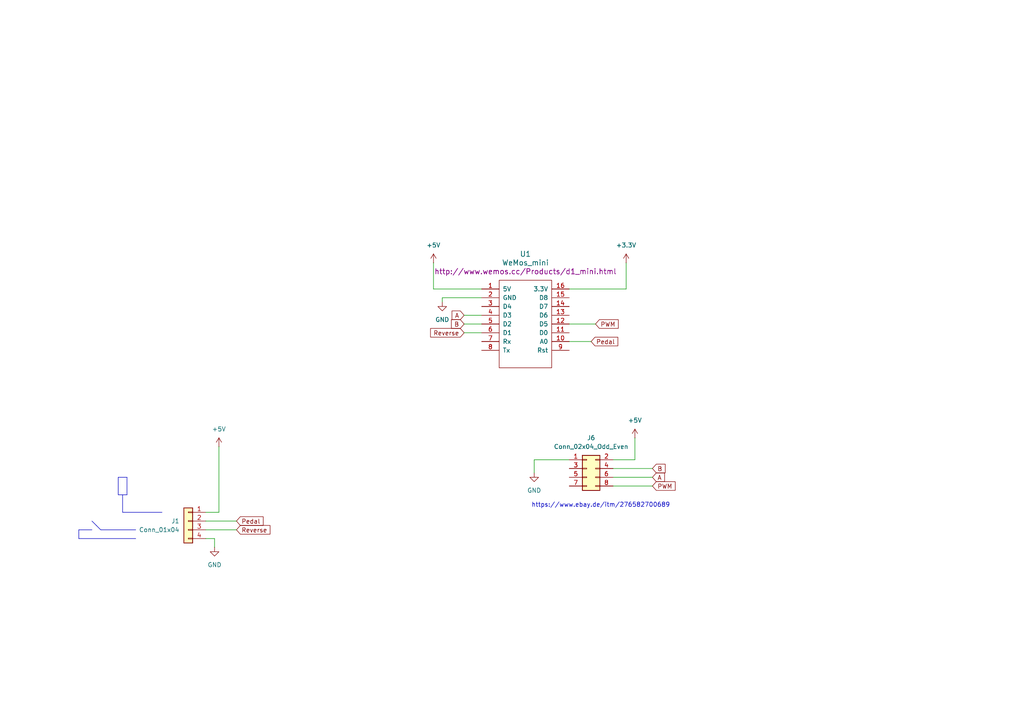
<source format=kicad_sch>
(kicad_sch (version 20231120) (generator "eeschema") (generator_version "8.0")
  (paper "A4")
  (lib_symbols
    (symbol "Connector_Generic:Conn_01x04" (pin_names (offset 1.016) hide)
      (property "Reference" "J" (at 0 5.08 0))
      (property "Value" "Conn_01x04" (at 0 -7.62 0))
      (symbol "Conn_01x04_1_1"
        (rectangle (start -1.27 -4.953) (end 0 -5.207) (stroke (width 0.1524)))
        (rectangle (start -1.27 -2.413) (end 0 -2.667) (stroke (width 0.1524)))
        (rectangle (start -1.27 0.127) (end 0 -0.127) (stroke (width 0.1524)))
        (rectangle (start -1.27 2.667) (end 0 2.413) (stroke (width 0.1524)))
        (rectangle (start -1.27 3.81) (end 1.27 -6.35) (stroke (width 0.254)) (fill (type background)))
        (pin passive line (at -5.08 2.54 0) (length 3.81) (name "Pin_1") (number "1"))
        (pin passive line (at -5.08 0 0) (length 3.81) (name "Pin_2") (number "2"))
        (pin passive line (at -5.08 -2.54 0) (length 3.81) (name "Pin_3") (number "3"))
        (pin passive line (at -5.08 -5.08 0) (length 3.81) (name "Pin_4") (number "4"))
      )
    )
    (symbol "Connector_Generic:Conn_02x04_Odd_Even" (pin_names (offset 1.016) hide)
      (property "Reference" "J" (at 1.27 5.08 0))
      (property "Value" "Conn_02x04_Odd_Even" (at 1.27 -7.62 0))
      (symbol "Conn_02x04_Odd_Even_1_1"
        (rectangle (start -1.27 -4.953) (end 0 -5.207) (stroke (width 0.1524)))
        (rectangle (start -1.27 -2.413) (end 0 -2.667) (stroke (width 0.1524)))
        (rectangle (start -1.27 0.127) (end 0 -0.127) (stroke (width 0.1524)))
        (rectangle (start -1.27 2.667) (end 0 2.413) (stroke (width 0.1524)))
        (rectangle (start -1.27 3.81) (end 3.81 -6.35) (stroke (width 0.254)) (fill (type background)))
        (rectangle (start 3.81 -4.953) (end 2.54 -5.207) (stroke (width 0.1524)))
        (rectangle (start 3.81 -2.413) (end 2.54 -2.667) (stroke (width 0.1524)))
        (rectangle (start 3.81 0.127) (end 2.54 -0.127) (stroke (width 0.1524)))
        (rectangle (start 3.81 2.667) (end 2.54 2.413) (stroke (width 0.1524)))
        (pin passive line (at -5.08 2.54 0) (length 3.81) (name "Pin_1") (number "1"))
        (pin passive line (at 7.62 2.54 180) (length 3.81) (name "Pin_2") (number "2"))
        (pin passive line (at -5.08 0 0) (length 3.81) (name "Pin_3") (number "3"))
        (pin passive line (at 7.62 0 180) (length 3.81) (name "Pin_4") (number "4"))
        (pin passive line (at -5.08 -2.54 0) (length 3.81) (name "Pin_5") (number "5"))
        (pin passive line (at 7.62 -2.54 180) (length 3.81) (name "Pin_6") (number "6"))
        (pin passive line (at -5.08 -5.08 0) (length 3.81) (name "Pin_7") (number "7"))
        (pin passive line (at 7.62 -5.08 180) (length 3.81) (name "Pin_8") (number "8"))
      )
    )
    (symbol "power:+3.3V" (power) (pin_numbers hide) (pin_names (offset 0) hide)
      (property "Value" "+3.3V" (at 0 3.556 0))
      (symbol "+3.3V_0_1"
        (polyline (pts (xy -0.762 1.27) (xy 0 2.54)))
        (polyline (pts (xy 0 0) (xy 0 2.54)))
        (polyline (pts (xy 0 2.54) (xy 0.762 1.27)))
      )
      (symbol "+3.3V_1_1"
        (pin power_in line (at 0 0 90) (length 0) (name "~") (number "1"))
      )
    )
    (symbol "power:+5V" (power) (pin_numbers hide) (pin_names (offset 0) hide)
      (property "Value" "+5V" (at 0 3.556 0))
      (symbol "+5V_0_1"
        (polyline (pts (xy -0.762 1.27) (xy 0 2.54)))
        (polyline (pts (xy 0 0) (xy 0 2.54)))
        (polyline (pts (xy 0 2.54) (xy 0.762 1.27)))
      )
      (symbol "+5V_1_1"
        (pin power_in line (at 0 0 90) (length 0) (name "~") (number "1"))
      )
    )
    (symbol "power:GND" (power) (pin_numbers hide) (pin_names (offset 0) hide)
      (property "Value" "GND" (at 0 -3.81 0))
      (symbol "GND_0_1"
        (polyline (pts (xy 0 0) (xy 0 -1.27) (xy 1.27 -1.27) (xy 0 -2.54) (xy -1.27 -1.27) (xy 0 -1.27)))
      )
      (symbol "GND_1_1"
        (pin power_in line (at 0 0 270) (length 0) (name "~") (number "1"))
      )
    )
    (symbol "wemos_mini:WeMos_mini" (pin_names (offset 1.016))
      (property "Reference" "U" (at 0 12.7 0))
      (property "Value" "WeMos_mini" (at 0 -12.7 0))
      (property "Datasheet" "http://www.wemos.cc/Products/d1_mini.html" (at 13.97 -17.78 0))
      (symbol "WeMos_mini_0_1"
        (rectangle (start -7.62 11.43) (end 7.62 -13.97))
      )
      (symbol "WeMos_mini_1_1"
        (pin power_in line (at -12.7 8.89 0) (length 5.08) (name "5V") (number "1"))
        (pin bidirectional line (at 12.7 -6.35 180) (length 5.08) (name "A0") (number "10"))
        (pin bidirectional line (at 12.7 -3.81 180) (length 5.08) (name "D0") (number "11"))
        (pin bidirectional line (at 12.7 -1.27 180) (length 5.08) (name "D5") (number "12"))
        (pin bidirectional line (at 12.7 1.27 180) (length 5.08) (name "D6") (number "13"))
        (pin bidirectional line (at 12.7 3.81 180) (length 5.08) (name "D7") (number "14"))
        (pin bidirectional line (at 12.7 6.35 180) (length 5.08) (name "D8") (number "15"))
        (pin power_out line (at 12.7 8.89 180) (length 5.08) (name "3.3V") (number "16"))
        (pin power_in line (at -12.7 6.35 0) (length 5.08) (name "GND") (number "2"))
        (pin bidirectional line (at -12.7 3.81 0) (length 5.08) (name "D4") (number "3"))
        (pin bidirectional line (at -12.7 1.27 0) (length 5.08) (name "D3") (number "4"))
        (pin bidirectional line (at -12.7 -1.27 0) (length 5.08) (name "D2") (number "5"))
        (pin bidirectional line (at -12.7 -3.81 0) (length 5.08) (name "D1") (number "6"))
        (pin bidirectional line (at -12.7 -6.35 0) (length 5.08) (name "Rx") (number "7"))
        (pin bidirectional line (at -12.7 -8.89 0) (length 5.08) (name "Tx") (number "8"))
        (pin bidirectional line (at 12.7 -8.89 180) (length 5.08) (name "Rst") (number "9"))
      )
    )
  )
  (polyline (pts (xy 36.83 138.43) (xy 36.83 143.51)))
  (wire (pts (xy 125.73 83.82) (xy 125.73 76.2)))
  (polyline (pts (xy 26.67 151.13) (xy 27.94 152.4)))
  (wire (pts (xy 139.7 86.36) (xy 128.27 86.36)))
  (wire (pts (xy 59.69 156.21) (xy 62.23 156.21)))
  (polyline (pts (xy 27.94 152.4) (xy 29.21 153.67)))
  (wire (pts (xy 172.72 93.98) (xy 165.1 93.98)))
  (polyline (pts (xy 34.29 138.43) (xy 34.29 143.51)))
  (wire (pts (xy 184.15 127) (xy 184.15 133.35)))
  (wire (pts (xy 181.61 83.82) (xy 181.61 76.2)))
  (wire (pts (xy 134.62 91.44) (xy 139.7 91.44)))
  (wire (pts (xy 139.7 83.82) (xy 125.73 83.82)))
  (polyline (pts (xy 34.29 143.51) (xy 36.83 143.51)))
  (wire (pts (xy 59.69 151.13) (xy 68.58 151.13)))
  (polyline (pts (xy 22.86 153.67) (xy 26.67 153.67)))
  (wire (pts (xy 128.27 86.36) (xy 128.27 87.63)))
  (wire (pts (xy 171.45 99.06) (xy 165.1 99.06)))
  (wire (pts (xy 59.69 148.59) (xy 63.5 148.59)))
  (wire (pts (xy 154.94 133.35) (xy 154.94 137.16)))
  (wire (pts (xy 177.8 133.35) (xy 184.15 133.35)))
  (wire (pts (xy 59.69 153.67) (xy 68.58 153.67)))
  (wire (pts (xy 63.5 129.54) (xy 63.5 148.59)))
  (polyline (pts (xy 35.56 148.59) (xy 46.99 148.59)))
  (wire (pts (xy 177.8 135.89) (xy 189.23 135.89)))
  (wire (pts (xy 177.8 138.43) (xy 189.23 138.43)))
  (polyline (pts (xy 29.21 153.67) (xy 39.37 153.67)))
  (wire (pts (xy 62.23 156.21) (xy 62.23 158.75)))
  (polyline (pts (xy 22.86 156.21) (xy 39.37 156.21)))
  (polyline (pts (xy 34.29 138.43) (xy 36.83 138.43)))
  (polyline (pts (xy 22.86 153.67) (xy 22.86 156.21)))
  (wire (pts (xy 177.8 140.97) (xy 189.23 140.97)))
  (polyline (pts (xy 35.56 143.51) (xy 35.56 148.59)))
  (wire (pts (xy 165.1 133.35) (xy 154.94 133.35)))
  (wire (pts (xy 134.62 93.98) (xy 139.7 93.98)))
  (wire (pts (xy 134.62 96.52) (xy 139.7 96.52)))
  (wire (pts (xy 165.1 83.82) (xy 181.61 83.82)))
  (text "https://www.ebay.de/itm/276582700689" (at 174.244 146.558 0) (effects (font (size 1.27 1.27))))
  (global_label "A" (shape input) (at 189.23 138.43 0) (property "Intersheetrefs" "${INTERSHEET_REFS}" (effects (hide yes))))
  (global_label "Reverse" (shape input) (at 68.58 153.67 0) (property "Intersheetrefs" "${INTERSHEET_REFS}" (effects (hide yes))))
  (global_label "A" (shape input) (at 134.62 91.44 180) (property "Intersheetrefs" "${INTERSHEET_REFS}" (effects (hide yes))))
  (global_label "B" (shape input) (at 134.62 93.98 180) (property "Intersheetrefs" "${INTERSHEET_REFS}" (effects (hide yes))))
  (global_label "PWM" (shape input) (at 189.23 140.97 0) (property "Intersheetrefs" "${INTERSHEET_REFS}" (effects (hide yes))))
  (global_label "Pedal" (shape input) (at 68.58 151.13 0) (property "Intersheetrefs" "${INTERSHEET_REFS}" (effects (hide yes))))
  (global_label "B" (shape input) (at 189.23 135.89 0) (property "Intersheetrefs" "${INTERSHEET_REFS}" (effects (hide yes))))
  (global_label "Pedal" (shape input) (at 171.45 99.06 0) (property "Intersheetrefs" "${INTERSHEET_REFS}" (effects (hide yes))))
  (global_label "Reverse" (shape input) (at 134.62 96.52 180) (property "Intersheetrefs" "${INTERSHEET_REFS}" (effects (hide yes))))
  (global_label "PWM" (shape input) (at 172.72 93.98 0) (property "Intersheetrefs" "${INTERSHEET_REFS}" (effects (hide yes))))
  (symbol (lib_id "power:+5V") (at 63.5 129.54 0) (unit 1)
    (property "Reference" "#PWR011" (effects (hide yes)))
    (property "Value" "+5V" (at 63.5 124.46 0))
    (property "Description" "Power symbol creates a global label with name \"+5V\"" (effects (hide yes)))
  )
  (symbol (lib_id "power:+5V") (at 184.15 127 0) (unit 1)
    (property "Reference" "#PWR010" (effects (hide yes)))
    (property "Value" "+5V" (at 184.15 121.92 0))
    (property "Description" "Power symbol creates a global label with name \"+5V\"" (effects (hide yes)))
  )
  (symbol (lib_id "power:+3.3V") (at 181.61 76.2 0) (unit 1)
    (property "Reference" "#PWR01" (effects (hide yes)))
    (property "Value" "+3.3V" (at 181.61 71.12 0))
    (property "Description" "Power symbol creates a global label with name \"+3.3V\"" (effects (hide yes)))
  )
  (symbol (lib_id "wemos_mini:WeMos_mini") (at 152.4 92.71 0) (unit 1)
    (property "Reference" "U1" (at 152.4 73.66 0) (effects (font (size 1.524 1.524))))
    (property "Value" "WeMos_mini" (at 152.4 76.2 0) (effects (font (size 1.524 1.524))))
    (property "Datasheet" "http://www.wemos.cc/Products/d1_mini.html" (at 152.4 78.74 0) (effects (font (size 1.524 1.524))))
    (property "Description" "WeMos D1 mini" (effects (hide yes)))
  )
  (symbol (lib_id "power:GND") (at 62.23 158.75 0) (unit 1)
    (property "Reference" "#PWR02" (effects (hide yes)))
    (property "Value" "GND" (at 62.23 163.83 0))
    (property "Description" "Power symbol creates a global label with name \"GND\" , ground" (effects (hide yes)))
  )
  (symbol (lib_id "power:GND") (at 154.94 137.16 0) (unit 1)
    (property "Reference" "#PWR09" (effects (hide yes)))
    (property "Value" "GND" (at 154.94 142.24 0))
    (property "Description" "Power symbol creates a global label with name \"GND\" , ground" (effects (hide yes)))
  )
  (symbol (lib_id "power:+5V") (at 125.73 76.2 0) (unit 1)
    (property "Reference" "#PWR07" (effects (hide yes)))
    (property "Value" "+5V" (at 125.73 71.12 0))
    (property "Description" "Power symbol creates a global label with name \"+5V\"" (effects (hide yes)))
  )
  (symbol (lib_id "power:GND") (at 128.27 87.63 0) (unit 1)
    (property "Reference" "#PWR08" (effects (hide yes)))
    (property "Value" "GND" (at 128.27 92.71 0))
    (property "Description" "Power symbol creates a global label with name \"GND\" , ground" (effects (hide yes)))
  )
  (symbol (lib_id "Connector_Generic:Conn_02x04_Odd_Even") (at 170.18 135.89 0) (unit 1)
    (property "Reference" "J6" (at 171.45 127 0))
    (property "Value" "Conn_02x04_Odd_Even" (at 171.45 129.54 0))
    (property "Description" "Generic connector, double row, 02x04, odd/even pin numbering scheme (row 1 odd numbers, row 2 even numbers), script generated (kicad-library-utils/schlib/autogen/connector/)" (effects (hide yes)))
  )
  (symbol (lib_id "Connector_Generic:Conn_01x04") (at 54.61 151.13 0) (mirror y) (unit 1)
    (property "Reference" "J1" (at 52.07 151.1299 0) (effects (justify left)))
    (property "Value" "Conn_01x04" (at 52.07 153.6699 0) (effects (justify left)))
    (property "Description" "Generic connector, single row, 01x04, script generated (kicad-library-utils/schlib/autogen/connector/)" (effects (hide yes)))
  )
)
</source>
